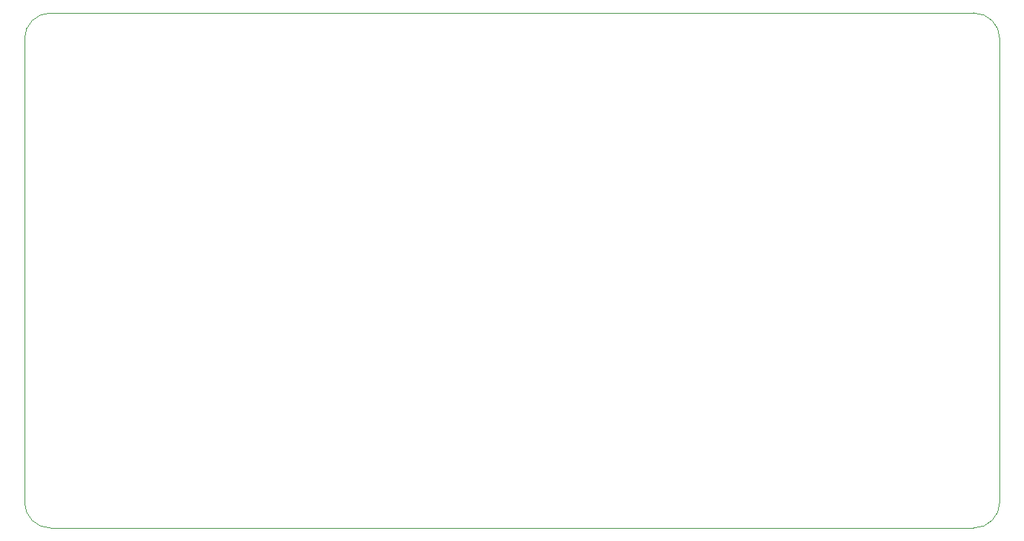
<source format=gbr>
G04*
G04 #@! TF.GenerationSoftware,Altium Limited,Altium Designer,23.9.2 (47)*
G04*
G04 Layer_Color=0*
%FSLAX25Y25*%
%MOIN*%
G70*
G04*
G04 #@! TF.SameCoordinates,7D7DC0CB-560A-4B43-BD03-011E7A05A225*
G04*
G04*
G04 #@! TF.FilePolarity,Positive*
G04*
G01*
G75*
%ADD42C,0.00100*%
D42*
X500Y12000D02*
X500Y226000D01*
D02*
G02*
X12500Y238000I12000J0D01*
G01*
X12000Y238000D01*
X439000Y238000D01*
D02*
G02*
X451000Y226000I0J-12000D01*
G01*
X451000Y225796D01*
X451000Y12500D01*
X451000Y12000D01*
D02*
G02*
X439000Y0I-12000J0D01*
G01*
X13000Y0D01*
X12500Y0D01*
D02*
G02*
X500Y12000I0J12000D01*
G01*
M02*

</source>
